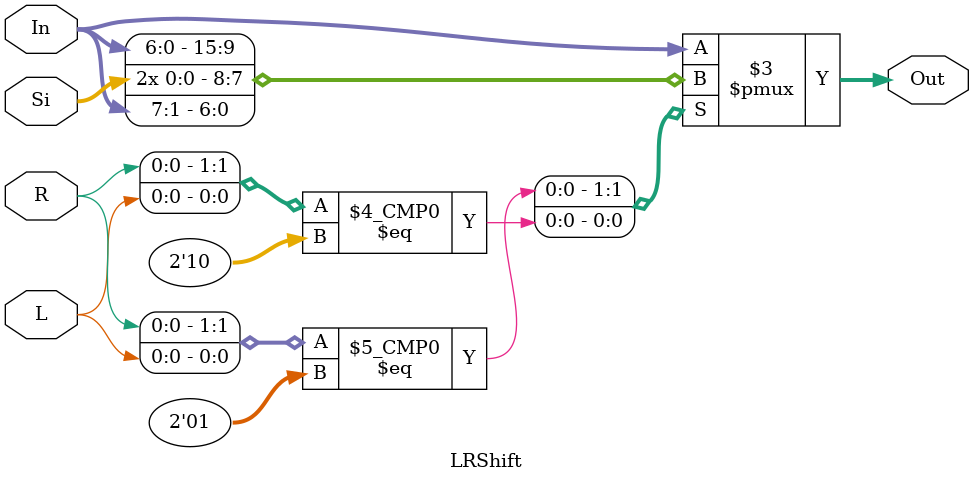
<source format=v>
`timescale 1ns / 1ps

module LRShift (Si, L, R, In, Out);

input Si, L, R;
input [7:0] In;
output reg [7:0] Out;

always @ (L, R, In, Si)

begin
case({R,L})
2'b01 : Out = {In[6:0], Si}; // Left shift
2'b10 : Out = {Si, In[7:1]}; // Right shift
default: Out = In;
endcase
end

endmodule
</source>
